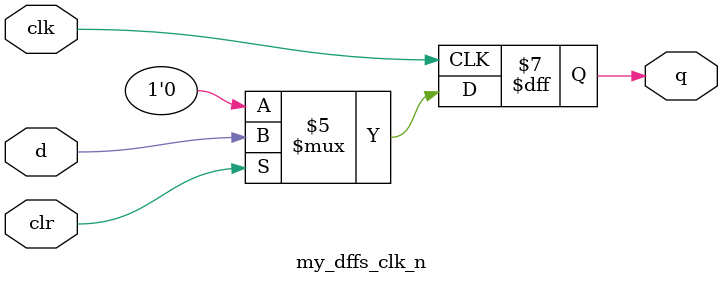
<source format=v>

module my_dff (
    input d,
    clk,
    output reg q
);
  always @(posedge clk) q <= d;
endmodule

module my_dffe (
    input d,
    clk,
    en,
    output reg q
);
  initial begin
    q = 0;
  end
  always @(posedge clk) if (en) q <= d;
endmodule

module my_dffr_p (
    input d,
    clk,
    clr,
    output reg q
);
  always @(posedge clk or posedge clr)
    if (clr) q <= 1'b0;
    else q <= d;
endmodule

module my_dffr_p_2 (
    input d1,
    input d2,
    clk,
    clr,
    output reg q1,
    output reg q2
);
  always @(posedge clk or posedge clr)
    if (clr) begin
      q1 <= 1'b0;
      q2 <= 1'b0;
    end else begin
      q1 <= d1;
      q2 <= d2;
    end
endmodule

module my_dffr_n (
    input d,
    clk,
    clr,
    output reg q
);
  always @(posedge clk or negedge clr)
    if (!clr) q <= 1'b0;
    else q <= d;
endmodule

module my_dffre_p (
    input d,
    clk,
    clr,
    en,
    output reg q
);
  always @(posedge clk or posedge clr)
    if (clr) q <= 1'b0;
    else if (en) q <= d;
endmodule

module my_dffre_n (
    input d,
    clk,
    clr,
    en,
    output reg q
);
  always @(posedge clk or negedge clr)
    if (!clr) q <= 1'b0;
    else if (en) q <= d;
endmodule

module my_dffs_p (
    input d,
    clk,
    pre,
    output reg q
);
  always @(posedge clk or posedge pre)
    if (pre) q <= 1'b1;
    else q <= d;
endmodule

module my_dffs_n (
    input d,
    clk,
    pre,
    output reg q
);
  always @(posedge clk or negedge pre)
    if (!pre) q <= 1'b1;
    else q <= d;
endmodule

module my_dffse_p (
    input d,
    clk,
    pre,
    en,
    output reg q
);
  always @(posedge clk or posedge pre)
    if (pre) q <= 1'b1;
    else if (en) q <= d;
endmodule

module my_dffse_n (
    input d,
    clk,
    pre,
    en,
    output reg q
);
  always @(posedge clk or negedge pre)
    if (!pre) q <= 1'b1;
    else if (en) q <= d;
endmodule

module my_dffn (
    input d,
    clk,
    output reg q
);
  initial q <= 1'b0;
  always @(negedge clk) q <= d;
endmodule

module my_dffnr_p (
    input d,
    clk,
    clr,
    output reg q
);
  initial q <= 1'b0;
  always @(negedge clk or posedge clr)
    if (clr) q <= 1'b0;
    else q <= d;
endmodule

module my_dffnr_n (
    input d,
    clk,
    clr,
    output reg q
);
  initial q <= 1'b0;
  always @(negedge clk or negedge clr)
    if (!clr) q <= 1'b0;
    else q <= d;
endmodule


module my_dffns_p (
    input d,
    clk,
    pre,
    output reg q
);
  initial q <= 1'b0;
  always @(negedge clk or posedge pre)
    if (pre) q <= 1'b1;
    else q <= d;
endmodule

module my_dffns_n (
    input d,
    clk,
    pre,
    output reg q
);
  initial q <= 1'b0;
  always @(negedge clk or negedge pre)
    if (!pre) q <= 1'b1;
    else q <= d;
endmodule

module my_dffsr_ppp (
    input d,
    clk,
    pre,
    clr,
    output reg q
);
  initial q <= 1'b0;
  always @(posedge clk or posedge pre or posedge clr)
    if (pre) q <= 1'b1;
    else if (clr) q <= 1'b0;
    else q <= d;
endmodule

module my_dffsr_pnp (
    input d,
    clk,
    pre,
    clr,
    output reg q
);
  initial q <= 1'b0;
  always @(posedge clk or negedge pre or posedge clr)
    if (!pre) q <= 1'b1;
    else if (clr) q <= 1'b0;
    else q <= d;
endmodule

module my_dffsr_ppn (
    input d,
    clk,
    pre,
    clr,
    output reg q
);
  initial q <= 1'b0;
  always @(posedge clk or posedge pre or negedge clr)
    if (pre) q <= 1'b1;
    else if (!clr) q <= 1'b0;
    else q <= d;
endmodule

module my_dffsr_pnn (
    input d,
    clk,
    pre,
    clr,
    output reg q
);
  initial q <= 1'b0;
  always @(posedge clk or negedge pre or negedge clr)
    if (!pre) q <= 1'b1;
    else if (!clr) q <= 1'b0;
    else q <= d;
endmodule

module my_dffsr_npp (
    input d,
    clk,
    pre,
    clr,
    output reg q
);
  initial q <= 1'b0;
  always @(negedge clk or posedge pre or posedge clr)
    if (pre) q <= 1'b1;
    else if (clr) q <= 1'b0;
    else q <= d;
endmodule

module my_dffsr_nnp (
    input d,
    clk,
    pre,
    clr,
    output reg q
);
  initial q <= 1'b0;
  always @(negedge clk or negedge pre or posedge clr)
    if (!pre) q <= 1'b1;
    else if (clr) q <= 1'b0;
    else q <= d;
endmodule

module my_dffsr_npn (
    input d,
    clk,
    pre,
    clr,
    output reg q
);
  initial q <= 1'b0;
  always @(negedge clk or posedge pre or negedge clr)
    if (pre) q <= 1'b1;
    else if (!clr) q <= 1'b0;
    else q <= d;
endmodule

module my_dffsr_nnn (
    input d,
    clk,
    pre,
    clr,
    output reg q
);
  initial q <= 1'b0;
  always @(negedge clk or negedge pre or negedge clr)
    if (!pre) q <= 1'b1;
    else if (!clr) q <= 1'b0;
    else q <= d;
endmodule

module my_dffsre_ppp (
    input d,
    clk,
    pre,
    clr,
    en,
    output reg q
);
  initial q <= 1'b0;
  always @(posedge clk or posedge pre or posedge clr)
    if (pre) q <= 1'b1;
    else if (clr) q <= 1'b0;
    else if (en) q <= d;
endmodule

module my_dffsre_pnp (
    input d,
    clk,
    pre,
    clr,
    en,
    output reg q
);
  initial q <= 1'b0;
  always @(posedge clk or negedge pre or posedge clr)
    if (!pre) q <= 1'b1;
    else if (clr) q <= 1'b0;
    else if (en) q <= d;
endmodule

module my_dffsre_ppn (
    input d,
    clk,
    pre,
    clr,
    en,
    output reg q
);
  initial q <= 1'b0;
  always @(posedge clk or posedge pre or negedge clr)
    if (pre) q <= 1'b1;
    else if (!clr) q <= 1'b0;
    else if (en) q <= d;
endmodule

module my_dffsre_pnn (
    input d,
    clk,
    pre,
    clr,
    en,
    output reg q
);
  initial q <= 1'b0;
  always @(posedge clk or negedge pre or negedge clr)
    if (!pre) q <= 1'b1;
    else if (!clr) q <= 1'b0;
    else if (en) q <= d;
endmodule

module my_dffsre_npp (
    input d,
    clk,
    pre,
    clr,
    en,
    output reg q
);
  initial q <= 1'b0;
  always @(negedge clk or posedge pre or posedge clr)
    if (pre) q <= 1'b1;
    else if (clr) q <= 1'b0;
    else if (en) q <= d;
endmodule

module my_dffsre_nnp (
    input d,
    clk,
    pre,
    clr,
    en,
    output reg q
);
  initial q <= 1'b0;
  always @(negedge clk or negedge pre or posedge clr)
    if (!pre) q <= 1'b1;
    else if (clr) q <= 1'b0;
    else if (en) q <= d;
endmodule

module my_dffsre_npn (
    input d,
    clk,
    pre,
    clr,
    en,
    output reg q
);
  initial q <= 1'b0;
  always @(negedge clk or posedge pre or negedge clr)
    if (pre) q <= 1'b1;
    else if (!clr) q <= 1'b0;
    else if (en) q <= d;
endmodule

module my_dffsre_nnn (
    input d,
    clk,
    pre,
    clr,
    en,
    output reg q
);
  initial q <= 1'b0;
  always @(negedge clk or negedge pre or negedge clr)
    if (!pre) q <= 1'b1;
    else if (!clr) q <= 1'b0;
    else if (en) q <= d;
endmodule

module my_dffs_clk_p (
    input d,
    clk,
    pre,
    output reg q
);
  initial q <= 0;
  always @(posedge clk)
    if (pre) q <= 1'b1;
    else q <= d;
endmodule

module my_dffs_clk_n (
    input d,
    clk,
    clr,
    output reg q
);
  initial q <= 0;
  always @(negedge clk)
    if (!clr) q <= 1'b0;
    else q <= d;
endmodule


</source>
